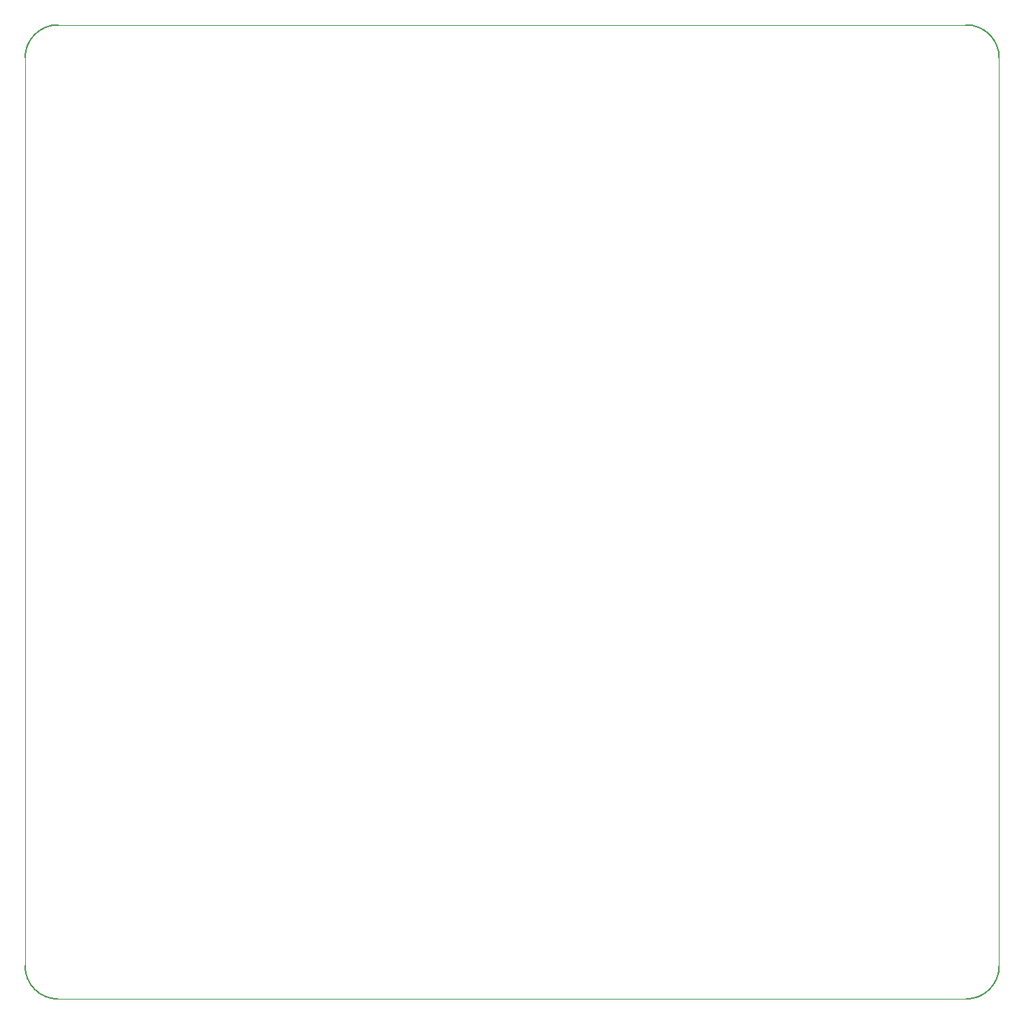
<source format=gm1>
G04 #@! TF.GenerationSoftware,KiCad,Pcbnew,6.0.2+dfsg-1*
G04 #@! TF.CreationDate,2022-11-23T20:56:24-08:00*
G04 #@! TF.ProjectId,cm4-robot,636d342d-726f-4626-9f74-2e6b69636164,rev?*
G04 #@! TF.SameCoordinates,Original*
G04 #@! TF.FileFunction,Profile,NP*
%FSLAX46Y46*%
G04 Gerber Fmt 4.6, Leading zero omitted, Abs format (unit mm)*
G04 Created by KiCad (PCBNEW 6.0.2+dfsg-1) date 2022-11-23 20:56:24*
%MOMM*%
%LPD*%
G01*
G04 APERTURE LIST*
G04 #@! TA.AperFunction,Profile*
%ADD10C,0.100000*%
G04 #@! TD*
G04 #@! TA.AperFunction,Profile*
%ADD11C,0.150000*%
G04 #@! TD*
G04 APERTURE END LIST*
D10*
X158000000Y-44000000D02*
X158000000Y-154000000D01*
X40000000Y-154000000D02*
X40000000Y-44000000D01*
X44000000Y-40000000D02*
X154000000Y-40000000D01*
X154000000Y-158000000D02*
X44000000Y-158000000D01*
D11*
X154000000Y-158000000D02*
G75*
G03*
X158000000Y-154000000I0J4000000D01*
G01*
X44000000Y-40000000D02*
G75*
G03*
X40000000Y-44000000I0J-4000000D01*
G01*
X40000000Y-154000000D02*
G75*
G03*
X44000000Y-158000000I4000000J0D01*
G01*
X158000000Y-44000000D02*
G75*
G03*
X154000000Y-40000000I-4000000J0D01*
G01*
M02*

</source>
